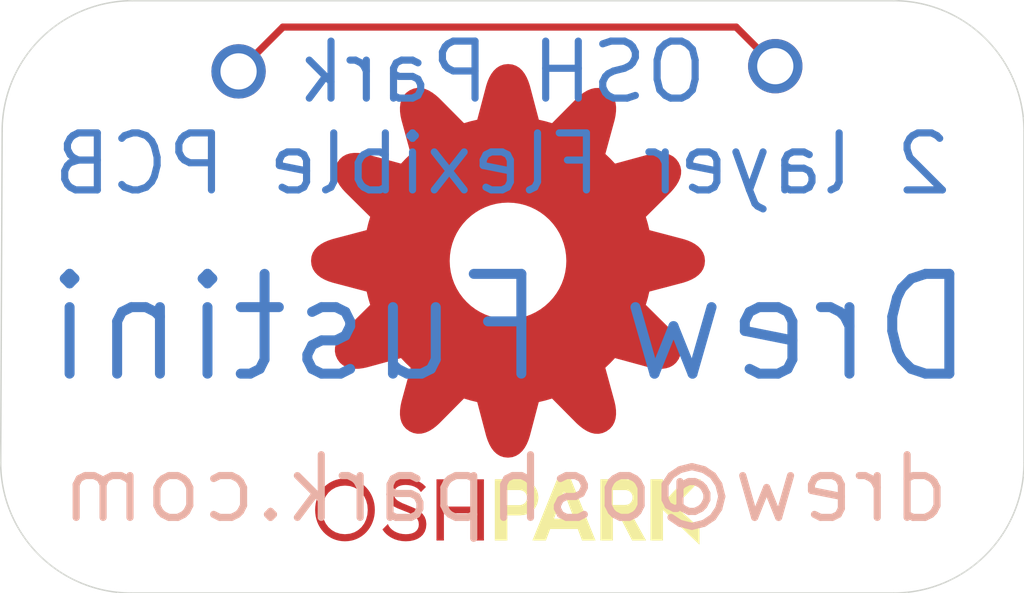
<source format=kicad_pcb>
(kicad_pcb (version 20171130) (host pcbnew 5.1.4-e60b266~84~ubuntu19.04.1)

  (general
    (thickness 1.6)
    (drawings 12)
    (tracks 5)
    (zones 0)
    (modules 2)
    (nets 1)
  )

  (page A4)
  (layers
    (0 F.Cu signal)
    (31 B.Cu signal)
    (32 B.Adhes user)
    (33 F.Adhes user)
    (34 B.Paste user)
    (35 F.Paste user)
    (36 B.SilkS user)
    (37 F.SilkS user)
    (38 B.Mask user)
    (39 F.Mask user)
    (40 Dwgs.User user)
    (41 Cmts.User user)
    (42 Eco1.User user)
    (43 Eco2.User user)
    (44 Edge.Cuts user)
    (45 Margin user)
    (46 B.CrtYd user)
    (47 F.CrtYd user)
    (48 B.Fab user)
    (49 F.Fab user)
  )

  (setup
    (last_trace_width 0.25)
    (trace_clearance 0.2)
    (zone_clearance 0.508)
    (zone_45_only no)
    (trace_min 0.2)
    (via_size 0.8)
    (via_drill 0.4)
    (via_min_size 0.4)
    (via_min_drill 0.3)
    (uvia_size 0.3)
    (uvia_drill 0.1)
    (uvias_allowed no)
    (uvia_min_size 0.2)
    (uvia_min_drill 0.1)
    (edge_width 0.05)
    (segment_width 0.2)
    (pcb_text_width 0.3)
    (pcb_text_size 1.5 1.5)
    (mod_edge_width 0.12)
    (mod_text_size 1 1)
    (mod_text_width 0.15)
    (pad_size 1.524 1.524)
    (pad_drill 0.762)
    (pad_to_mask_clearance 0.051)
    (solder_mask_min_width 0.25)
    (aux_axis_origin 0 0)
    (visible_elements FFFFFF7F)
    (pcbplotparams
      (layerselection 0x010fc_ffffffff)
      (usegerberextensions false)
      (usegerberattributes false)
      (usegerberadvancedattributes false)
      (creategerberjobfile false)
      (excludeedgelayer true)
      (linewidth 0.100000)
      (plotframeref false)
      (viasonmask false)
      (mode 1)
      (useauxorigin false)
      (hpglpennumber 1)
      (hpglpenspeed 20)
      (hpglpendiameter 15.000000)
      (psnegative false)
      (psa4output false)
      (plotreference true)
      (plotvalue true)
      (plotinvisibletext false)
      (padsonsilk false)
      (subtractmaskfromsilk false)
      (outputformat 1)
      (mirror false)
      (drillshape 1)
      (scaleselection 1)
      (outputdirectory ""))
  )

  (net 0 "")

  (net_class Default "This is the default net class."
    (clearance 0.2)
    (trace_width 0.25)
    (via_dia 0.8)
    (via_drill 0.4)
    (uvia_dia 0.3)
    (uvia_drill 0.1)
  )

  (module oshpark:OSH_small (layer F.Cu) (tedit 5DE9E529) (tstamp 5D3E8100)
    (at 144.4752 72.39)
    (descr "Imported from OSHPARK.svg")
    (tags svg2mod)
    (attr smd)
    (fp_text reference OSH_small (at 0 -11.457835) (layer F.SilkS) hide
      (effects (font (size 1.524 1.524) (thickness 0.3048)))
    )
    (fp_text value G*** (at 0 11.457835) (layer F.SilkS) hide
      (effects (font (size 1.524 1.524) (thickness 0.3048)))
    )
    (fp_poly (pts (xy 0.00118 -8.409695) (xy 0.00043 -3.623025) (xy 0.21316 -3.612325) (xy 0.41974 -3.580825)
      (xy 0.61914 -3.529525) (xy 0.81031 -3.459525) (xy 0.99219 -3.371925) (xy 1.16375 -3.267695)
      (xy 1.32394 -3.147905) (xy 1.4717 -3.013605) (xy 1.606 -2.865845) (xy 1.72579 -2.705655)
      (xy 1.83001 -2.534105) (xy 1.91761 -2.352215) (xy 1.98761 -2.161055) (xy 2.03891 -1.961655)
      (xy 2.07041 -1.755065) (xy 2.08111 -1.542335) (xy 2.07041 -1.329495) (xy 2.03891 -1.122805)
      (xy 1.98771 -0.923315) (xy 1.91781 -0.732055) (xy 1.83021 -0.550075) (xy 1.726 -0.378435)
      (xy 1.60622 -0.218175) (xy 1.47192 -0.070335) (xy 1.32415 0.064025) (xy 1.16396 0.183875)
      (xy 0.99238 0.288155) (xy 0.81047 0.375855) (xy 0.61928 0.445855) (xy 0.41984 0.497155)
      (xy 0.21321 0.528655) (xy 0.00043 0.539455) (xy -0.21235 0.528655) (xy -0.41897 0.497155)
      (xy -0.6184 0.445855) (xy -0.80958 0.375855) (xy -0.99147 0.288155) (xy -1.16302 0.183875)
      (xy -1.3232 0.064025) (xy -1.47095 -0.070335) (xy -1.60524 -0.218175) (xy -1.72501 -0.378435)
      (xy -1.82922 -0.550075) (xy -1.91682 -0.732055) (xy -1.98682 -0.923315) (xy -2.03812 -1.122805)
      (xy -2.06962 -1.329495) (xy -2.08032 -1.542335) (xy -2.06962 -1.755065) (xy -2.03812 -1.961655)
      (xy -1.98682 -2.161055) (xy -1.91682 -2.352215) (xy -1.82922 -2.534105) (xy -1.72501 -2.705655)
      (xy -1.60524 -2.865845) (xy -1.47095 -3.013605) (xy -1.3232 -3.147905) (xy -1.16302 -3.267695)
      (xy -0.99147 -3.371925) (xy -0.80958 -3.459525) (xy -0.6184 -3.529525) (xy -0.41897 -3.580825)
      (xy -0.21235 -3.612325) (xy 0.00043 -3.623025) (xy 0.00118 -8.409695) (xy -0.14129 -8.393995)
      (xy -0.2674 -8.349495) (xy -0.378 -8.279795) (xy -0.4739 -8.188495) (xy -0.556 -8.079355)
      (xy -0.6251 -7.956025) (xy -0.6821 -7.822195) (xy -0.7278 -7.681515) (xy -1.04856 -6.462625)
      (xy -1.30304 -6.403425) (xy -1.55293 -6.331225) (xy -2.43795 -7.223815) (xy -2.5541 -7.325575)
      (xy -2.67331 -7.414275) (xy -2.79523 -7.486675) (xy -2.91953 -7.539575) (xy -3.04586 -7.569675)
      (xy -3.17388 -7.573675) (xy -3.30323 -7.548275) (xy -3.43358 -7.490275) (xy -3.54913 -7.405275)
      (xy -3.63603 -7.303485) (xy -3.69693 -7.187695) (xy -3.73433 -7.060655) (xy -3.75073 -6.925095)
      (xy -3.74873 -6.783755) (xy -3.73103 -6.639375) (xy -3.70003 -6.494705) (xy -3.36893 -5.282225)
      (xy -3.55878 -5.102185) (xy -3.73879 -4.912505) (xy -4.95156 -5.242875) (xy -5.10317 -5.273475)
      (xy -5.25088 -5.290975) (xy -5.39277 -5.292975) (xy -5.5269 -5.276575) (xy -5.65135 -5.239375)
      (xy -5.76419 -5.178675) (xy -5.86349 -5.091975) (xy -5.94729 -4.976645) (xy -6.00489 -4.845335)
      (xy -6.02929 -4.713775) (xy -6.02429 -4.583095) (xy -5.99309 -4.454385) (xy -5.93949 -4.328745)
      (xy -5.86709 -4.207285) (xy -5.77959 -4.091105) (xy -5.68049 -3.981305) (xy -4.78848 -3.096875)
      (xy -4.86248 -2.846755) (xy -4.92388 -2.591195) (xy -6.13913 -2.271315) (xy -6.28557 -2.221815)
      (xy -6.42211 -2.163015) (xy -6.54579 -2.093715) (xy -6.65364 -2.012515) (xy -6.74264 -1.918115)
      (xy -6.80994 -1.809295) (xy -6.85244 -1.684715) (xy -6.86724 -1.543065) (xy -6.85154 -1.400675)
      (xy -6.80704 -1.274595) (xy -6.73724 -1.163985) (xy -6.64594 -1.068085) (xy -6.5368 -0.985985)
      (xy -6.41347 -0.916885) (xy -6.27964 -0.859985) (xy -6.13897 -0.814385) (xy -4.92372 -0.494365)
      (xy -4.86232 -0.239235) (xy -4.78842 0.010885) (xy -5.68043 0.895605) (xy -5.78261 1.011585)
      (xy -5.87161 1.130695) (xy -5.94411 1.252585) (xy -5.99701 1.376885) (xy -6.02701 1.503265)
      (xy -6.03101 1.631355) (xy -6.00551 1.760795) (xy -5.94741 1.891235) (xy -5.86251 2.006695)
      (xy -5.76079 2.093495) (xy -5.64502 2.154295) (xy -5.51794 2.191595) (xy -5.38232 2.207995)
      (xy -5.24091 2.205995) (xy -5.09648 2.188395) (xy -4.95178 2.157595) (xy -3.73916 1.826495)
      (xy -3.55915 2.015885) (xy -3.36929 2.196065) (xy -3.70039 3.409125) (xy -3.73109 3.560565)
      (xy -3.74869 3.708175) (xy -3.75069 3.850005) (xy -3.73429 3.984105) (xy -3.69709 4.108515)
      (xy -3.63639 4.221295) (xy -3.54959 4.320495) (xy -3.43416 4.404195) (xy -3.30285 4.461895)
      (xy -3.17132 4.486395) (xy -3.04066 4.481395) (xy -2.91197 4.450195) (xy -2.78636 4.396595)
      (xy -2.66492 4.324295) (xy -2.54876 4.236795) (xy -2.43897 4.137795) (xy -1.55409 3.245195)
      (xy -1.30401 3.319295) (xy -1.0487 3.380995) (xy -0.72882 4.596245) (xy -0.67942 4.742405)
      (xy -0.62072 4.878745) (xy -0.55142 5.002265) (xy -0.47012 5.110005) (xy -0.37562 5.199005)
      (xy -0.26663 5.266305) (xy -0.14183 5.308805) (xy 0.0001 5.323605) (xy 0.1423 5.307905)
      (xy 0.26821 5.263405) (xy 0.37868 5.193705) (xy 0.47448 5.102505) (xy 0.55658 4.993495)
      (xy 0.62568 4.870315) (xy 0.68268 4.736655) (xy 0.72838 4.596185) (xy 1.04825 3.380645)
      (xy 1.30343 3.319445) (xy 1.55379 3.245445) (xy 2.43852 4.137905) (xy 2.55442 4.240085)
      (xy 2.67348 4.329085) (xy 2.79535 4.401685) (xy 2.91965 4.454585) (xy 3.04602 4.484585)
      (xy 3.17409 4.488585) (xy 3.30349 4.462985) (xy 3.43386 4.404785) (xy 3.5493 4.319985)
      (xy 3.6361 4.218365) (xy 3.6969 4.102685) (xy 3.7342 3.975695) (xy 3.7507 3.840155)
      (xy 3.7487 3.698805) (xy 3.7312 3.554415) (xy 3.7006 3.409725) (xy 3.36921 2.196675)
      (xy 3.55866 2.016495) (xy 3.73849 1.827095) (xy 4.95155 2.158195) (xy 5.10316 2.188595)
      (xy 5.25086 2.205995) (xy 5.39274 2.207995) (xy 5.52685 2.191495) (xy 5.65126 2.154195)
      (xy 5.76405 2.093495) (xy 5.86325 2.006695) (xy 5.94695 1.891265) (xy 6.00455 1.759975)
      (xy 6.02895 1.628485) (xy 6.02395 1.497875) (xy 5.99275 1.369255) (xy 5.93915 1.243685)
      (xy 5.86685 1.122265) (xy 5.77935 1.006085) (xy 5.68035 0.896225) (xy 4.78804 0.011495)
      (xy 4.86214 -0.238625) (xy 4.92344 -0.493755) (xy 6.13868 -0.813785) (xy 6.28522 -0.863185)
      (xy 6.42183 -0.921885) (xy 6.54556 -0.991285) (xy 6.65344 -1.072585) (xy 6.74254 -1.167085)
      (xy 6.80984 -1.276075) (xy 6.85244 -1.400845) (xy 6.86724 -1.542705) (xy 6.85194 -1.684715)
      (xy 6.80764 -1.810495) (xy 6.73804 -1.920855) (xy 6.64694 -2.016655) (xy 6.53789 -2.098655)
      (xy 6.41461 -2.167755) (xy 6.2808 -2.224755) (xy 6.14013 -2.270455) (xy 4.92488 -2.590335)
      (xy 4.86358 -2.845855) (xy 4.78948 -3.095735) (xy 5.68179 -3.980895) (xy 5.78395 -4.096695)
      (xy 5.87285 -4.215675) (xy 5.94535 -4.337485) (xy 5.99815 -4.461745) (xy 6.02805 -4.588095)
      (xy 6.03205 -4.716185) (xy 6.00655 -4.845635) (xy 5.94845 -4.976085) (xy 5.86365 -5.091375)
      (xy 5.76206 -5.178075) (xy 5.64641 -5.238875) (xy 5.51943 -5.276175) (xy 5.38387 -5.292675)
      (xy 5.24246 -5.290675) (xy 5.09796 -5.273075) (xy 4.9531 -5.242275) (xy 3.74019 -4.911755)
      (xy 3.5604 -5.101105) (xy 3.3712 -5.281035) (xy 3.70215 -6.493945) (xy 3.73265 -6.645465)
      (xy 3.75005 -6.793085) (xy 3.75205 -6.934915) (xy 3.73565 -7.069005) (xy 3.69835 -7.193445)
      (xy 3.63755 -7.306295) (xy 3.55075 -7.405695) (xy 3.43522 -7.489595) (xy 3.30408 -7.547095)
      (xy 3.17265 -7.571395) (xy 3.04204 -7.566395) (xy 2.91335 -7.535095) (xy 2.78769 -7.481395)
      (xy 2.66618 -7.408995) (xy 2.54992 -7.321595) (xy 2.44003 -7.222795) (xy 1.55545 -6.330485)
      (xy 1.30598 -6.402785) (xy 1.05107 -6.462485) (xy 0.73018 -7.681375) (xy 0.68058 -7.827915)
      (xy 0.62168 -7.964525) (xy 0.55228 -8.088255) (xy 0.47098 -8.196135) (xy 0.37658 -8.285235)
      (xy 0.2677 -8.352535) (xy 0.14304 -8.395035) (xy 0.0013 -8.409835) (xy 0.00118 -8.409695)) (layer F.Cu) (width 0.073847))
    (fp_poly (pts (xy -5.71389 8.295375) (xy -5.71389 8.046425) (xy -5.88469 8.029425) (xy -6.03947 7.980425)
      (xy -6.17614 7.902625) (xy -6.29262 7.799265) (xy -6.38682 7.673515) (xy -6.45672 7.528545)
      (xy -6.50022 7.367545) (xy -6.51512 7.193705) (xy -6.50022 7.019865) (xy -6.45672 6.858865)
      (xy -6.38682 6.713895) (xy -6.29262 6.588145) (xy -6.17614 6.484785) (xy -6.03947 6.406985)
      (xy -5.88469 6.357985) (xy -5.71389 6.340985) (xy -5.54238 6.357985) (xy -5.38754 6.406985)
      (xy -5.25128 6.484785) (xy -5.13551 6.588145) (xy -5.04211 6.713895) (xy -4.97301 6.858865)
      (xy -4.93021 7.019865) (xy -4.91551 7.193705) (xy -4.93021 7.367545) (xy -4.97301 7.528545)
      (xy -5.04211 7.673515) (xy -5.13551 7.799265) (xy -5.25128 7.902625) (xy -5.38754 7.980425)
      (xy -5.54238 8.029425) (xy -5.71389 8.046425) (xy -5.71389 8.295375) (xy -5.60215 8.289375)
      (xy -5.49471 8.272675) (xy -5.39197 8.245575) (xy -5.29437 8.208575) (xy -5.20217 8.162275)
      (xy -5.11587 8.107175) (xy -5.03597 8.043775) (xy -4.96277 7.972775) (xy -4.89667 7.894575)
      (xy -4.83807 7.809775) (xy -4.78737 7.718975) (xy -4.74497 7.622675) (xy -4.71127 7.521405)
      (xy -4.68667 7.415745) (xy -4.67167 7.306225) (xy -4.66667 7.193415) (xy -4.67167 7.080595)
      (xy -4.68667 6.971085) (xy -4.71127 6.865415) (xy -4.74497 6.764145) (xy -4.78737 6.667845)
      (xy -4.83807 6.577045) (xy -4.89667 6.492245) (xy -4.96277 6.414045) (xy -5.03597 6.342945)
      (xy -5.11587 6.279545) (xy -5.20217 6.224445) (xy -5.29437 6.178145) (xy -5.39197 6.141145)
      (xy -5.49471 6.114045) (xy -5.60215 6.097345) (xy -5.71389 6.091345) (xy -5.82609 6.097345)
      (xy -5.93388 6.114045) (xy -6.03687 6.141145) (xy -6.13467 6.178145) (xy -6.22687 6.224445)
      (xy -6.31307 6.279545) (xy -6.39297 6.342945) (xy -6.46607 6.414045) (xy -6.53207 6.492245)
      (xy -6.59047 6.577045) (xy -6.64097 6.667845) (xy -6.68317 6.764145) (xy -6.71667 6.865415)
      (xy -6.74107 6.971085) (xy -6.75597 7.080595) (xy -6.76097 7.193415) (xy -6.75597 7.306225)
      (xy -6.74107 7.415745) (xy -6.71667 7.521405) (xy -6.68317 7.622675) (xy -6.64097 7.718975)
      (xy -6.59047 7.809775) (xy -6.53207 7.894575) (xy -6.46607 7.972775) (xy -6.39297 8.043775)
      (xy -6.31307 8.107175) (xy -6.22687 8.162275) (xy -6.13467 8.208575) (xy -6.03687 8.245575)
      (xy -5.93388 8.272675) (xy -5.82609 8.289375) (xy -5.71389 8.295375)) (layer F.Cu) (width 0))
    (fp_poly (pts (xy -3.5907 8.295375) (xy -3.44187 8.286375) (xy -3.30406 8.258975) (xy -3.18001 8.212975)
      (xy -3.07241 8.147975) (xy -2.98401 8.063675) (xy -2.91751 7.959725) (xy -2.87561 7.835805)
      (xy -2.86101 7.691555) (xy -2.87691 7.552235) (xy -2.92141 7.434915) (xy -2.98981 7.336615)
      (xy -3.07751 7.254415) (xy -3.17982 7.185415) (xy -3.29208 7.126615) (xy -3.52784 7.027715)
      (xy -3.70664 6.955515) (xy -3.85727 6.872815) (xy -3.91627 6.823915) (xy -3.96127 6.768115)
      (xy -3.98997 6.703915) (xy -4.00007 6.629915) (xy -3.99207 6.554915) (xy -3.96807 6.490615)
      (xy -3.93017 6.436915) (xy -3.88027 6.393515) (xy -3.82017 6.360115) (xy -3.75177 6.336615)
      (xy -3.67677 6.322615) (xy -3.59697 6.317615) (xy -3.50107 6.322615) (xy -3.41297 6.336315)
      (xy -3.33277 6.358215) (xy -3.26037 6.387715) (xy -3.19597 6.424015) (xy -3.13947 6.466415)
      (xy -3.05047 6.566885) (xy -2.87592 6.389475) (xy -2.93462 6.327375) (xy -3.00322 6.270575)
      (xy -3.08132 6.219875) (xy -3.16862 6.176275) (xy -3.26472 6.140775) (xy -3.36936 6.114275)
      (xy -3.48217 6.097675) (xy -3.60284 6.091675) (xy -3.73476 6.100675) (xy -3.85823 6.127675)
      (xy -3.97043 6.172275) (xy -4.06853 6.234275) (xy -4.14973 6.313275) (xy -4.21123 6.408975)
      (xy -4.25023 6.521165) (xy -4.26383 6.649475) (xy -4.24983 6.769025) (xy -4.21043 6.869725)
      (xy -4.14943 6.954225) (xy -4.07063 7.025125) (xy -3.97793 7.085025) (xy -3.87509 7.136525)
      (xy -3.6543 7.224725) (xy -3.4565 7.304325) (xy -3.3666 7.348925) (xy -3.2866 7.399625)
      (xy -3.2195 7.458525) (xy -3.1682 7.527725) (xy -3.1357 7.609325) (xy -3.1249 7.705425)
      (xy -3.1349 7.789025) (xy -3.1618 7.860025) (xy -3.2038 7.918825) (xy -3.2593 7.965825)
      (xy -3.3266 8.001625) (xy -3.404 8.026625) (xy -3.4899 8.041225) (xy -3.5826 8.046225)
      (xy -3.69075 8.039225) (xy -3.79323 8.020125) (xy -3.88863 7.989225) (xy -3.97563 7.947425)
      (xy -4.05283 7.895625) (xy -4.11893 7.834625) (xy -4.17243 7.765125) (xy -4.21203 7.688125)
      (xy -4.40088 7.879845) (xy -4.33778 7.967545) (xy -4.26108 8.047345) (xy -4.17208 8.118045)
      (xy -4.07218 8.178545) (xy -3.96276 8.227645) (xy -3.84518 8.264145) (xy -3.72084 8.286945)
      (xy -3.59109 8.294945) (xy -3.5907 8.295375)) (layer F.Cu) (width 0))
    (fp_poly (pts (xy -1.10433 6.120635) (xy -1.10433 7.076375) (xy -2.24607 7.076375) (xy -2.24607 6.120635)
      (xy -2.50646 6.120635) (xy -2.50646 8.266755) (xy -2.24607 8.266755) (xy -2.24607 7.311015)
      (xy -1.10433 7.311015) (xy -1.10433 8.266755) (xy -0.84394 8.266755) (xy -0.84394 6.120635)
      (xy -1.10433 6.120635)) (layer F.Cu) (width 0))
    (fp_poly (pts (xy 0.42791 6.120635) (xy -0.02711 6.495535) (xy 0.38781 6.495535) (xy 0.44521 6.500535)
      (xy 0.49851 6.515035) (xy 0.54661 6.538335) (xy 0.58851 6.569635) (xy 0.62301 6.608335)
      (xy 0.64901 6.653735) (xy 0.66541 6.705135) (xy 0.67141 6.761735) (xy 0.66541 6.820135)
      (xy 0.64901 6.872535) (xy 0.62301 6.918535) (xy 0.58851 6.957435) (xy 0.54661 6.988635)
      (xy 0.49851 7.011635) (xy 0.44521 7.025835) (xy 0.38781 7.030835) (xy 0.38781 7.030635)
      (xy -0.02711 7.030635) (xy -0.02711 6.495535) (xy 0.42791 6.120635) (xy -0.45915 6.120635)
      (xy -0.45915 8.266755) (xy -0.02707 8.266755) (xy -0.02707 7.382555) (xy 0.42791 7.382555)
      (xy 0.5579 7.370355) (xy 0.67807 7.335055) (xy 0.78609 7.278855) (xy 0.87969 7.203855)
      (xy 0.95649 7.112155) (xy 1.01419 7.006005) (xy 1.05049 6.887525) (xy 1.06309 6.758845)
      (xy 1.05049 6.630375) (xy 1.01419 6.510655) (xy 0.95649 6.402275) (xy 0.87969 6.307775)
      (xy 0.78609 6.229775) (xy 0.67807 6.170875) (xy 0.5579 6.133675) (xy 0.42791 6.120675)
      (xy 0.42791 6.120635)) (layer F.SilkS) (width 0))
    (fp_poly (pts (xy 2.59844 8.266755) (xy 1.96319 6.558445) (xy 2.31515 7.505595) (xy 1.60836 7.505595)
      (xy 1.96319 6.558445) (xy 2.59844 8.266755) (xy 3.06487 8.266755) (xy 2.20355 6.120635)
      (xy 1.71996 6.120635) (xy 0.85865 8.266755) (xy 1.32508 8.266755) (xy 1.47674 7.860425)
      (xy 2.44678 7.860425) (xy 2.59844 8.266755)) (layer F.SilkS) (width 0))
    (fp_poly (pts (xy 4.31659 7.328185) (xy 4.11009 7.022185) (xy 3.67228 7.022185) (xy 3.67228 6.495675)
      (xy 4.11009 6.495675) (xy 4.16319 6.500675) (xy 4.21239 6.515675) (xy 4.25669 6.539575)
      (xy 4.29509 6.571375) (xy 4.32669 6.610075) (xy 4.35039 6.654875) (xy 4.36539 6.704775)
      (xy 4.37039 6.758775) (xy 4.36539 6.812775) (xy 4.35069 6.862675) (xy 4.32729 6.907475)
      (xy 4.29609 6.946175) (xy 4.25789 6.977975) (xy 4.21359 7.001875) (xy 4.16399 7.016875)
      (xy 4.11009 7.021875) (xy 4.11009 7.022185) (xy 4.31659 7.328185) (xy 4.41049 7.296585)
      (xy 4.49619 7.251785) (xy 4.57229 7.194785) (xy 4.63749 7.126585) (xy 4.69049 7.048185)
      (xy 4.72989 6.960585) (xy 4.75449 6.864785) (xy 4.76249 6.761805) (xy 4.74979 6.631575)
      (xy 4.71319 6.510755) (xy 4.65509 6.401815) (xy 4.57799 6.307215) (xy 4.48419 6.229415)
      (xy 4.37621 6.170715) (xy 4.25643 6.133715) (xy 4.12726 6.120815) (xy 3.2402 6.120815)
      (xy 3.2402 8.266935) (xy 3.67228 8.266935) (xy 3.67228 7.356985) (xy 3.88403 7.356985)
      (xy 4.35332 8.266935) (xy 4.83691 8.266935) (xy 4.31612 7.328365) (xy 4.31659 7.328185)) (layer F.SilkS) (width 0))
    (fp_poly (pts (xy 6.76111 6.120635) (xy 6.20884 6.120635) (xy 5.42765 6.959055) (xy 5.42765 6.120635)
      (xy 4.99557 6.120635) (xy 4.99557 8.266755) (xy 5.42765 8.266755) (xy 5.42765 7.193695)
      (xy 6.7096 8.409835) (xy 6.7096 7.831805) (xy 5.87118 7.056345) (xy 6.76111 6.120635)) (layer F.SilkS) (width 0))
  )

  (module oshpark:OSH_small (layer F.Cu) (tedit 5DE9E4DF) (tstamp 5CD2DF1C)
    (at 144.4752 72.39)
    (descr "Imported from OSHPARK.svg")
    (tags svg2mod)
    (attr smd)
    (fp_text reference OSH_small (at 0 -11.457835) (layer F.SilkS) hide
      (effects (font (size 1.524 1.524) (thickness 0.3048)))
    )
    (fp_text value G*** (at 0 11.457835) (layer F.SilkS) hide
      (effects (font (size 1.524 1.524) (thickness 0.3048)))
    )
    (fp_poly (pts (xy 6.76111 6.120635) (xy 6.20884 6.120635) (xy 5.42765 6.959055) (xy 5.42765 6.120635)
      (xy 4.99557 6.120635) (xy 4.99557 8.266755) (xy 5.42765 8.266755) (xy 5.42765 7.193695)
      (xy 6.7096 8.409835) (xy 6.7096 7.831805) (xy 5.87118 7.056345) (xy 6.76111 6.120635)) (layer F.SilkS) (width 0))
    (fp_poly (pts (xy 4.31659 7.328185) (xy 4.11009 7.022185) (xy 3.67228 7.022185) (xy 3.67228 6.495675)
      (xy 4.11009 6.495675) (xy 4.16319 6.500675) (xy 4.21239 6.515675) (xy 4.25669 6.539575)
      (xy 4.29509 6.571375) (xy 4.32669 6.610075) (xy 4.35039 6.654875) (xy 4.36539 6.704775)
      (xy 4.37039 6.758775) (xy 4.36539 6.812775) (xy 4.35069 6.862675) (xy 4.32729 6.907475)
      (xy 4.29609 6.946175) (xy 4.25789 6.977975) (xy 4.21359 7.001875) (xy 4.16399 7.016875)
      (xy 4.11009 7.021875) (xy 4.11009 7.022185) (xy 4.31659 7.328185) (xy 4.41049 7.296585)
      (xy 4.49619 7.251785) (xy 4.57229 7.194785) (xy 4.63749 7.126585) (xy 4.69049 7.048185)
      (xy 4.72989 6.960585) (xy 4.75449 6.864785) (xy 4.76249 6.761805) (xy 4.74979 6.631575)
      (xy 4.71319 6.510755) (xy 4.65509 6.401815) (xy 4.57799 6.307215) (xy 4.48419 6.229415)
      (xy 4.37621 6.170715) (xy 4.25643 6.133715) (xy 4.12726 6.120815) (xy 3.2402 6.120815)
      (xy 3.2402 8.266935) (xy 3.67228 8.266935) (xy 3.67228 7.356985) (xy 3.88403 7.356985)
      (xy 4.35332 8.266935) (xy 4.83691 8.266935) (xy 4.31612 7.328365) (xy 4.31659 7.328185)) (layer F.SilkS) (width 0))
    (fp_poly (pts (xy 2.59844 8.266755) (xy 1.96319 6.558445) (xy 2.31515 7.505595) (xy 1.60836 7.505595)
      (xy 1.96319 6.558445) (xy 2.59844 8.266755) (xy 3.06487 8.266755) (xy 2.20355 6.120635)
      (xy 1.71996 6.120635) (xy 0.85865 8.266755) (xy 1.32508 8.266755) (xy 1.47674 7.860425)
      (xy 2.44678 7.860425) (xy 2.59844 8.266755)) (layer F.SilkS) (width 0))
    (fp_poly (pts (xy 0.42791 6.120635) (xy -0.02711 6.495535) (xy 0.38781 6.495535) (xy 0.44521 6.500535)
      (xy 0.49851 6.515035) (xy 0.54661 6.538335) (xy 0.58851 6.569635) (xy 0.62301 6.608335)
      (xy 0.64901 6.653735) (xy 0.66541 6.705135) (xy 0.67141 6.761735) (xy 0.66541 6.820135)
      (xy 0.64901 6.872535) (xy 0.62301 6.918535) (xy 0.58851 6.957435) (xy 0.54661 6.988635)
      (xy 0.49851 7.011635) (xy 0.44521 7.025835) (xy 0.38781 7.030835) (xy 0.38781 7.030635)
      (xy -0.02711 7.030635) (xy -0.02711 6.495535) (xy 0.42791 6.120635) (xy -0.45915 6.120635)
      (xy -0.45915 8.266755) (xy -0.02707 8.266755) (xy -0.02707 7.382555) (xy 0.42791 7.382555)
      (xy 0.5579 7.370355) (xy 0.67807 7.335055) (xy 0.78609 7.278855) (xy 0.87969 7.203855)
      (xy 0.95649 7.112155) (xy 1.01419 7.006005) (xy 1.05049 6.887525) (xy 1.06309 6.758845)
      (xy 1.05049 6.630375) (xy 1.01419 6.510655) (xy 0.95649 6.402275) (xy 0.87969 6.307775)
      (xy 0.78609 6.229775) (xy 0.67807 6.170875) (xy 0.5579 6.133675) (xy 0.42791 6.120675)
      (xy 0.42791 6.120635)) (layer F.SilkS) (width 0))
    (fp_poly (pts (xy -1.10433 6.120635) (xy -1.10433 7.076375) (xy -2.24607 7.076375) (xy -2.24607 6.120635)
      (xy -2.50646 6.120635) (xy -2.50646 8.266755) (xy -2.24607 8.266755) (xy -2.24607 7.311015)
      (xy -1.10433 7.311015) (xy -1.10433 8.266755) (xy -0.84394 8.266755) (xy -0.84394 6.120635)
      (xy -1.10433 6.120635)) (layer F.Mask) (width 0))
    (fp_poly (pts (xy -3.5907 8.295375) (xy -3.44187 8.286375) (xy -3.30406 8.258975) (xy -3.18001 8.212975)
      (xy -3.07241 8.147975) (xy -2.98401 8.063675) (xy -2.91751 7.959725) (xy -2.87561 7.835805)
      (xy -2.86101 7.691555) (xy -2.87691 7.552235) (xy -2.92141 7.434915) (xy -2.98981 7.336615)
      (xy -3.07751 7.254415) (xy -3.17982 7.185415) (xy -3.29208 7.126615) (xy -3.52784 7.027715)
      (xy -3.70664 6.955515) (xy -3.85727 6.872815) (xy -3.91627 6.823915) (xy -3.96127 6.768115)
      (xy -3.98997 6.703915) (xy -4.00007 6.629915) (xy -3.99207 6.554915) (xy -3.96807 6.490615)
      (xy -3.93017 6.436915) (xy -3.88027 6.393515) (xy -3.82017 6.360115) (xy -3.75177 6.336615)
      (xy -3.67677 6.322615) (xy -3.59697 6.317615) (xy -3.50107 6.322615) (xy -3.41297 6.336315)
      (xy -3.33277 6.358215) (xy -3.26037 6.387715) (xy -3.19597 6.424015) (xy -3.13947 6.466415)
      (xy -3.05047 6.566885) (xy -2.87592 6.389475) (xy -2.93462 6.327375) (xy -3.00322 6.270575)
      (xy -3.08132 6.219875) (xy -3.16862 6.176275) (xy -3.26472 6.140775) (xy -3.36936 6.114275)
      (xy -3.48217 6.097675) (xy -3.60284 6.091675) (xy -3.73476 6.100675) (xy -3.85823 6.127675)
      (xy -3.97043 6.172275) (xy -4.06853 6.234275) (xy -4.14973 6.313275) (xy -4.21123 6.408975)
      (xy -4.25023 6.521165) (xy -4.26383 6.649475) (xy -4.24983 6.769025) (xy -4.21043 6.869725)
      (xy -4.14943 6.954225) (xy -4.07063 7.025125) (xy -3.97793 7.085025) (xy -3.87509 7.136525)
      (xy -3.6543 7.224725) (xy -3.4565 7.304325) (xy -3.3666 7.348925) (xy -3.2866 7.399625)
      (xy -3.2195 7.458525) (xy -3.1682 7.527725) (xy -3.1357 7.609325) (xy -3.1249 7.705425)
      (xy -3.1349 7.789025) (xy -3.1618 7.860025) (xy -3.2038 7.918825) (xy -3.2593 7.965825)
      (xy -3.3266 8.001625) (xy -3.404 8.026625) (xy -3.4899 8.041225) (xy -3.5826 8.046225)
      (xy -3.69075 8.039225) (xy -3.79323 8.020125) (xy -3.88863 7.989225) (xy -3.97563 7.947425)
      (xy -4.05283 7.895625) (xy -4.11893 7.834625) (xy -4.17243 7.765125) (xy -4.21203 7.688125)
      (xy -4.40088 7.879845) (xy -4.33778 7.967545) (xy -4.26108 8.047345) (xy -4.17208 8.118045)
      (xy -4.07218 8.178545) (xy -3.96276 8.227645) (xy -3.84518 8.264145) (xy -3.72084 8.286945)
      (xy -3.59109 8.294945) (xy -3.5907 8.295375)) (layer F.Mask) (width 0))
    (fp_poly (pts (xy -5.71389 8.295375) (xy -5.71389 8.046425) (xy -5.88469 8.029425) (xy -6.03947 7.980425)
      (xy -6.17614 7.902625) (xy -6.29262 7.799265) (xy -6.38682 7.673515) (xy -6.45672 7.528545)
      (xy -6.50022 7.367545) (xy -6.51512 7.193705) (xy -6.50022 7.019865) (xy -6.45672 6.858865)
      (xy -6.38682 6.713895) (xy -6.29262 6.588145) (xy -6.17614 6.484785) (xy -6.03947 6.406985)
      (xy -5.88469 6.357985) (xy -5.71389 6.340985) (xy -5.54238 6.357985) (xy -5.38754 6.406985)
      (xy -5.25128 6.484785) (xy -5.13551 6.588145) (xy -5.04211 6.713895) (xy -4.97301 6.858865)
      (xy -4.93021 7.019865) (xy -4.91551 7.193705) (xy -4.93021 7.367545) (xy -4.97301 7.528545)
      (xy -5.04211 7.673515) (xy -5.13551 7.799265) (xy -5.25128 7.902625) (xy -5.38754 7.980425)
      (xy -5.54238 8.029425) (xy -5.71389 8.046425) (xy -5.71389 8.295375) (xy -5.60215 8.289375)
      (xy -5.49471 8.272675) (xy -5.39197 8.245575) (xy -5.29437 8.208575) (xy -5.20217 8.162275)
      (xy -5.11587 8.107175) (xy -5.03597 8.043775) (xy -4.96277 7.972775) (xy -4.89667 7.894575)
      (xy -4.83807 7.809775) (xy -4.78737 7.718975) (xy -4.74497 7.622675) (xy -4.71127 7.521405)
      (xy -4.68667 7.415745) (xy -4.67167 7.306225) (xy -4.66667 7.193415) (xy -4.67167 7.080595)
      (xy -4.68667 6.971085) (xy -4.71127 6.865415) (xy -4.74497 6.764145) (xy -4.78737 6.667845)
      (xy -4.83807 6.577045) (xy -4.89667 6.492245) (xy -4.96277 6.414045) (xy -5.03597 6.342945)
      (xy -5.11587 6.279545) (xy -5.20217 6.224445) (xy -5.29437 6.178145) (xy -5.39197 6.141145)
      (xy -5.49471 6.114045) (xy -5.60215 6.097345) (xy -5.71389 6.091345) (xy -5.82609 6.097345)
      (xy -5.93388 6.114045) (xy -6.03687 6.141145) (xy -6.13467 6.178145) (xy -6.22687 6.224445)
      (xy -6.31307 6.279545) (xy -6.39297 6.342945) (xy -6.46607 6.414045) (xy -6.53207 6.492245)
      (xy -6.59047 6.577045) (xy -6.64097 6.667845) (xy -6.68317 6.764145) (xy -6.71667 6.865415)
      (xy -6.74107 6.971085) (xy -6.75597 7.080595) (xy -6.76097 7.193415) (xy -6.75597 7.306225)
      (xy -6.74107 7.415745) (xy -6.71667 7.521405) (xy -6.68317 7.622675) (xy -6.64097 7.718975)
      (xy -6.59047 7.809775) (xy -6.53207 7.894575) (xy -6.46607 7.972775) (xy -6.39297 8.043775)
      (xy -6.31307 8.107175) (xy -6.22687 8.162275) (xy -6.13467 8.208575) (xy -6.03687 8.245575)
      (xy -5.93388 8.272675) (xy -5.82609 8.289375) (xy -5.71389 8.295375)) (layer F.Mask) (width 0))
    (fp_poly (pts (xy 0.00118 -8.409695) (xy 0.00043 -3.623025) (xy 0.21316 -3.612325) (xy 0.41974 -3.580825)
      (xy 0.61914 -3.529525) (xy 0.81031 -3.459525) (xy 0.99219 -3.371925) (xy 1.16375 -3.267695)
      (xy 1.32394 -3.147905) (xy 1.4717 -3.013605) (xy 1.606 -2.865845) (xy 1.72579 -2.705655)
      (xy 1.83001 -2.534105) (xy 1.91761 -2.352215) (xy 1.98761 -2.161055) (xy 2.03891 -1.961655)
      (xy 2.07041 -1.755065) (xy 2.08111 -1.542335) (xy 2.07041 -1.329495) (xy 2.03891 -1.122805)
      (xy 1.98771 -0.923315) (xy 1.91781 -0.732055) (xy 1.83021 -0.550075) (xy 1.726 -0.378435)
      (xy 1.60622 -0.218175) (xy 1.47192 -0.070335) (xy 1.32415 0.064025) (xy 1.16396 0.183875)
      (xy 0.99238 0.288155) (xy 0.81047 0.375855) (xy 0.61928 0.445855) (xy 0.41984 0.497155)
      (xy 0.21321 0.528655) (xy 0.00043 0.539455) (xy -0.21235 0.528655) (xy -0.41897 0.497155)
      (xy -0.6184 0.445855) (xy -0.80958 0.375855) (xy -0.99147 0.288155) (xy -1.16302 0.183875)
      (xy -1.3232 0.064025) (xy -1.47095 -0.070335) (xy -1.60524 -0.218175) (xy -1.72501 -0.378435)
      (xy -1.82922 -0.550075) (xy -1.91682 -0.732055) (xy -1.98682 -0.923315) (xy -2.03812 -1.122805)
      (xy -2.06962 -1.329495) (xy -2.08032 -1.542335) (xy -2.06962 -1.755065) (xy -2.03812 -1.961655)
      (xy -1.98682 -2.161055) (xy -1.91682 -2.352215) (xy -1.82922 -2.534105) (xy -1.72501 -2.705655)
      (xy -1.60524 -2.865845) (xy -1.47095 -3.013605) (xy -1.3232 -3.147905) (xy -1.16302 -3.267695)
      (xy -0.99147 -3.371925) (xy -0.80958 -3.459525) (xy -0.6184 -3.529525) (xy -0.41897 -3.580825)
      (xy -0.21235 -3.612325) (xy 0.00043 -3.623025) (xy 0.00118 -8.409695) (xy -0.14129 -8.393995)
      (xy -0.2674 -8.349495) (xy -0.378 -8.279795) (xy -0.4739 -8.188495) (xy -0.556 -8.079355)
      (xy -0.6251 -7.956025) (xy -0.6821 -7.822195) (xy -0.7278 -7.681515) (xy -1.04856 -6.462625)
      (xy -1.30304 -6.403425) (xy -1.55293 -6.331225) (xy -2.43795 -7.223815) (xy -2.5541 -7.325575)
      (xy -2.67331 -7.414275) (xy -2.79523 -7.486675) (xy -2.91953 -7.539575) (xy -3.04586 -7.569675)
      (xy -3.17388 -7.573675) (xy -3.30323 -7.548275) (xy -3.43358 -7.490275) (xy -3.54913 -7.405275)
      (xy -3.63603 -7.303485) (xy -3.69693 -7.187695) (xy -3.73433 -7.060655) (xy -3.75073 -6.925095)
      (xy -3.74873 -6.783755) (xy -3.73103 -6.639375) (xy -3.70003 -6.494705) (xy -3.36893 -5.282225)
      (xy -3.55878 -5.102185) (xy -3.73879 -4.912505) (xy -4.95156 -5.242875) (xy -5.10317 -5.273475)
      (xy -5.25088 -5.290975) (xy -5.39277 -5.292975) (xy -5.5269 -5.276575) (xy -5.65135 -5.239375)
      (xy -5.76419 -5.178675) (xy -5.86349 -5.091975) (xy -5.94729 -4.976645) (xy -6.00489 -4.845335)
      (xy -6.02929 -4.713775) (xy -6.02429 -4.583095) (xy -5.99309 -4.454385) (xy -5.93949 -4.328745)
      (xy -5.86709 -4.207285) (xy -5.77959 -4.091105) (xy -5.68049 -3.981305) (xy -4.78848 -3.096875)
      (xy -4.86248 -2.846755) (xy -4.92388 -2.591195) (xy -6.13913 -2.271315) (xy -6.28557 -2.221815)
      (xy -6.42211 -2.163015) (xy -6.54579 -2.093715) (xy -6.65364 -2.012515) (xy -6.74264 -1.918115)
      (xy -6.80994 -1.809295) (xy -6.85244 -1.684715) (xy -6.86724 -1.543065) (xy -6.85154 -1.400675)
      (xy -6.80704 -1.274595) (xy -6.73724 -1.163985) (xy -6.64594 -1.068085) (xy -6.5368 -0.985985)
      (xy -6.41347 -0.916885) (xy -6.27964 -0.859985) (xy -6.13897 -0.814385) (xy -4.92372 -0.494365)
      (xy -4.86232 -0.239235) (xy -4.78842 0.010885) (xy -5.68043 0.895605) (xy -5.78261 1.011585)
      (xy -5.87161 1.130695) (xy -5.94411 1.252585) (xy -5.99701 1.376885) (xy -6.02701 1.503265)
      (xy -6.03101 1.631355) (xy -6.00551 1.760795) (xy -5.94741 1.891235) (xy -5.86251 2.006695)
      (xy -5.76079 2.093495) (xy -5.64502 2.154295) (xy -5.51794 2.191595) (xy -5.38232 2.207995)
      (xy -5.24091 2.205995) (xy -5.09648 2.188395) (xy -4.95178 2.157595) (xy -3.73916 1.826495)
      (xy -3.55915 2.015885) (xy -3.36929 2.196065) (xy -3.70039 3.409125) (xy -3.73109 3.560565)
      (xy -3.74869 3.708175) (xy -3.75069 3.850005) (xy -3.73429 3.984105) (xy -3.69709 4.108515)
      (xy -3.63639 4.221295) (xy -3.54959 4.320495) (xy -3.43416 4.404195) (xy -3.30285 4.461895)
      (xy -3.17132 4.486395) (xy -3.04066 4.481395) (xy -2.91197 4.450195) (xy -2.78636 4.396595)
      (xy -2.66492 4.324295) (xy -2.54876 4.236795) (xy -2.43897 4.137795) (xy -1.55409 3.245195)
      (xy -1.30401 3.319295) (xy -1.0487 3.380995) (xy -0.72882 4.596245) (xy -0.67942 4.742405)
      (xy -0.62072 4.878745) (xy -0.55142 5.002265) (xy -0.47012 5.110005) (xy -0.37562 5.199005)
      (xy -0.26663 5.266305) (xy -0.14183 5.308805) (xy 0.0001 5.323605) (xy 0.1423 5.307905)
      (xy 0.26821 5.263405) (xy 0.37868 5.193705) (xy 0.47448 5.102505) (xy 0.55658 4.993495)
      (xy 0.62568 4.870315) (xy 0.68268 4.736655) (xy 0.72838 4.596185) (xy 1.04825 3.380645)
      (xy 1.30343 3.319445) (xy 1.55379 3.245445) (xy 2.43852 4.137905) (xy 2.55442 4.240085)
      (xy 2.67348 4.329085) (xy 2.79535 4.401685) (xy 2.91965 4.454585) (xy 3.04602 4.484585)
      (xy 3.17409 4.488585) (xy 3.30349 4.462985) (xy 3.43386 4.404785) (xy 3.5493 4.319985)
      (xy 3.6361 4.218365) (xy 3.6969 4.102685) (xy 3.7342 3.975695) (xy 3.7507 3.840155)
      (xy 3.7487 3.698805) (xy 3.7312 3.554415) (xy 3.7006 3.409725) (xy 3.36921 2.196675)
      (xy 3.55866 2.016495) (xy 3.73849 1.827095) (xy 4.95155 2.158195) (xy 5.10316 2.188595)
      (xy 5.25086 2.205995) (xy 5.39274 2.207995) (xy 5.52685 2.191495) (xy 5.65126 2.154195)
      (xy 5.76405 2.093495) (xy 5.86325 2.006695) (xy 5.94695 1.891265) (xy 6.00455 1.759975)
      (xy 6.02895 1.628485) (xy 6.02395 1.497875) (xy 5.99275 1.369255) (xy 5.93915 1.243685)
      (xy 5.86685 1.122265) (xy 5.77935 1.006085) (xy 5.68035 0.896225) (xy 4.78804 0.011495)
      (xy 4.86214 -0.238625) (xy 4.92344 -0.493755) (xy 6.13868 -0.813785) (xy 6.28522 -0.863185)
      (xy 6.42183 -0.921885) (xy 6.54556 -0.991285) (xy 6.65344 -1.072585) (xy 6.74254 -1.167085)
      (xy 6.80984 -1.276075) (xy 6.85244 -1.400845) (xy 6.86724 -1.542705) (xy 6.85194 -1.684715)
      (xy 6.80764 -1.810495) (xy 6.73804 -1.920855) (xy 6.64694 -2.016655) (xy 6.53789 -2.098655)
      (xy 6.41461 -2.167755) (xy 6.2808 -2.224755) (xy 6.14013 -2.270455) (xy 4.92488 -2.590335)
      (xy 4.86358 -2.845855) (xy 4.78948 -3.095735) (xy 5.68179 -3.980895) (xy 5.78395 -4.096695)
      (xy 5.87285 -4.215675) (xy 5.94535 -4.337485) (xy 5.99815 -4.461745) (xy 6.02805 -4.588095)
      (xy 6.03205 -4.716185) (xy 6.00655 -4.845635) (xy 5.94845 -4.976085) (xy 5.86365 -5.091375)
      (xy 5.76206 -5.178075) (xy 5.64641 -5.238875) (xy 5.51943 -5.276175) (xy 5.38387 -5.292675)
      (xy 5.24246 -5.290675) (xy 5.09796 -5.273075) (xy 4.9531 -5.242275) (xy 3.74019 -4.911755)
      (xy 3.5604 -5.101105) (xy 3.3712 -5.281035) (xy 3.70215 -6.493945) (xy 3.73265 -6.645465)
      (xy 3.75005 -6.793085) (xy 3.75205 -6.934915) (xy 3.73565 -7.069005) (xy 3.69835 -7.193445)
      (xy 3.63755 -7.306295) (xy 3.55075 -7.405695) (xy 3.43522 -7.489595) (xy 3.30408 -7.547095)
      (xy 3.17265 -7.571395) (xy 3.04204 -7.566395) (xy 2.91335 -7.535095) (xy 2.78769 -7.481395)
      (xy 2.66618 -7.408995) (xy 2.54992 -7.321595) (xy 2.44003 -7.222795) (xy 1.55545 -6.330485)
      (xy 1.30598 -6.402785) (xy 1.05107 -6.462485) (xy 0.73018 -7.681375) (xy 0.68058 -7.827915)
      (xy 0.62168 -7.964525) (xy 0.55228 -8.088255) (xy 0.47098 -8.196135) (xy 0.37658 -8.285235)
      (xy 0.2677 -8.352535) (xy 0.14304 -8.395035) (xy 0.0013 -8.409835) (xy 0.00118 -8.409695)) (layer F.Mask) (width 0.073847))
  )

  (gr_text "Drew Fustini" (at 144.526 73.2028) (layer B.Mask) (tstamp 5DE9D316)
    (effects (font (size 3.5 3.5) (thickness 0.35)) (justify mirror))
  )
  (gr_text "Drew Fustini" (at 144.526 73.2028) (layer B.Cu) (tstamp 5D3E808C)
    (effects (font (size 3.5 3.5) (thickness 0.35)) (justify mirror))
  )
  (gr_text "OSH Park\n2 layer Flexible PCB" (at 144.272 65.8368) (layer B.Cu) (tstamp 5DE9D383)
    (effects (font (size 2 2) (thickness 0.25)) (justify mirror))
  )
  (gr_line (start 126.746 66.294) (end 126.6952 77.9272) (layer Edge.Cuts) (width 0.05) (tstamp 5CD3EA20))
  (gr_line (start 157.988 82.4992) (end 131.2672 82.4992) (layer Edge.Cuts) (width 0.05) (tstamp 5CD3EA01))
  (gr_line (start 162.56 66.294) (end 162.56 77.9272) (layer Edge.Cuts) (width 0.05) (tstamp 5CD3E9C1))
  (gr_line (start 131.318 61.722) (end 157.988 61.722) (layer Edge.Cuts) (width 0.05) (tstamp 5CD3E9A9))
  (gr_arc (start 157.988 77.9272) (end 157.988 82.4992) (angle -90) (layer Edge.Cuts) (width 0.05) (tstamp 5CD3E94D))
  (gr_arc (start 131.2672 77.9272) (end 126.6952 77.9272) (angle -90) (layer Edge.Cuts) (width 0.05) (tstamp 5CD3E932))
  (gr_arc (start 131.318 66.294) (end 131.318 61.722) (angle -90) (layer Edge.Cuts) (width 0.05) (tstamp 5CD3E8FE))
  (gr_text drew@oshpark.com (at 144.3736 78.8416) (layer B.SilkS) (tstamp 5CD3E8C3)
    (effects (font (size 2.2 2.2) (thickness 0.25)) (justify mirror))
  )
  (gr_arc (start 157.988 66.294) (end 162.56 66.294) (angle -90) (layer Edge.Cuts) (width 0.05))

  (via (at 153.84272 64.01816) (size 1.905) (drill 1.27) (layers F.Cu B.Cu) (net 0))
  (via (at 135.03148 64.20104) (size 1.905) (drill 1.27) (layers F.Cu B.Cu) (net 0) (tstamp 5DE9D3ED))
  (segment (start 152.47112 62.64656) (end 153.84272 64.01816) (width 0.25) (layer F.Cu) (net 0))
  (segment (start 136.58596 62.64656) (end 152.47112 62.64656) (width 0.25) (layer F.Cu) (net 0))
  (segment (start 135.03148 64.20104) (end 136.58596 62.64656) (width 0.25) (layer F.Cu) (net 0))

  (zone (net 0) (net_name "") (layer F.Cu) (tstamp 0) (hatch edge 0.508)
    (priority 16962)
    (connect_pads yes (clearance 0.2))
    (min_thickness 0.0254)
    (fill yes (arc_segments 32) (thermal_gap 0.508) (thermal_bridge_width 0.508))
    (polygon
      (pts
        (xy 152.382732 62.734949) (xy 152.405368 62.757963) (xy 152.427488 62.781218) (xy 152.449091 62.804713) (xy 152.470179 62.828449)
        (xy 152.49075 62.852426) (xy 152.510805 62.876642) (xy 152.530344 62.901099) (xy 152.549366 62.925797) (xy 152.567872 62.950735)
        (xy 152.585862 62.975913) (xy 152.603336 63.001332) (xy 152.620293 63.026992) (xy 152.636734 63.052891) (xy 152.652659 63.079032)
        (xy 152.668068 63.105412) (xy 152.68296 63.132033) (xy 152.697336 63.158895) (xy 152.711196 63.185997) (xy 152.72454 63.213339)
        (xy 152.737367 63.240922) (xy 152.749678 63.268745) (xy 152.761473 63.296809) (xy 152.772752 63.325113) (xy 152.783514 63.353658)
        (xy 152.79376 63.382443) (xy 152.80349 63.411468) (xy 152.812704 63.440734) (xy 152.821401 63.47024) (xy 152.829582 63.499987)
        (xy 152.837247 63.529974) (xy 152.844395 63.560202) (xy 152.851027 63.59067) (xy 152.857143 63.621378) (xy 152.862743 63.652327)
        (xy 152.867827 63.683517) (xy 152.872394 63.714947) (xy 152.876445 63.746617) (xy 152.87998 63.778528) (xy 152.882998 63.810679)
        (xy 152.8855 63.84307) (xy 152.887486 63.875702) (xy 152.888956 63.908575) (xy 152.889909 63.941687) (xy 152.890347 63.975041)
        (xy 152.890268 64.008635) (xy 154.179479 64.354919) (xy 153.833195 63.065708) (xy 153.799601 63.065787) (xy 153.766247 63.065349)
        (xy 153.733135 63.064396) (xy 153.700262 63.062926) (xy 153.66763 63.06094) (xy 153.635239 63.058438) (xy 153.603088 63.05542)
        (xy 153.571177 63.051885) (xy 153.539507 63.047834) (xy 153.508077 63.043267) (xy 153.476887 63.038183) (xy 153.445938 63.032583)
        (xy 153.41523 63.026467) (xy 153.384762 63.019835) (xy 153.354534 63.012687) (xy 153.324547 63.005022) (xy 153.2948 62.996841)
        (xy 153.265294 62.988144) (xy 153.236028 62.97893) (xy 153.207003 62.9692) (xy 153.178218 62.958954) (xy 153.149673 62.948192)
        (xy 153.121369 62.936913) (xy 153.093305 62.925118) (xy 153.065482 62.912807) (xy 153.037899 62.89998) (xy 153.010557 62.886636)
        (xy 152.983455 62.872776) (xy 152.956593 62.8584) (xy 152.929972 62.843508) (xy 152.903592 62.828099) (xy 152.877451 62.812174)
        (xy 152.851552 62.795733) (xy 152.825892 62.778776) (xy 152.800473 62.761302) (xy 152.775295 62.743312) (xy 152.750357 62.724806)
        (xy 152.725659 62.705784) (xy 152.701202 62.686245) (xy 152.676986 62.66619) (xy 152.653009 62.645619) (xy 152.629273 62.624531)
        (xy 152.605778 62.602928) (xy 152.582523 62.580808) (xy 152.559509 62.558172)
      )
    )
  )
  (zone (net 0) (net_name "") (layer F.Cu) (tstamp 0) (hatch edge 0.508)
    (priority 16962)
    (connect_pads yes (clearance 0.2))
    (min_thickness 0.0254)
    (fill yes (arc_segments 32) (thermal_gap 0.508) (thermal_bridge_width 0.508))
    (polygon
      (pts
        (xy 136.355714 62.700029) (xy 136.330896 62.724468) (xy 136.305879 62.74835) (xy 136.280661 62.771676) (xy 136.255244 62.794445)
        (xy 136.229627 62.816657) (xy 136.20381 62.838312) (xy 136.177793 62.859411) (xy 136.151576 62.879953) (xy 136.125159 62.899938)
        (xy 136.098542 62.919366) (xy 136.071725 62.938237) (xy 136.044709 62.956552) (xy 136.017492 62.97431) (xy 135.990076 62.991511)
        (xy 135.962459 63.008156) (xy 135.934643 63.024243) (xy 135.906627 63.039774) (xy 135.87841 63.054748) (xy 135.849994 63.069165)
        (xy 135.821378 63.083026) (xy 135.792562 63.09633) (xy 135.763547 63.109077) (xy 135.734331 63.121267) (xy 135.704915 63.1329)
        (xy 135.6753 63.143977) (xy 135.645484 63.154497) (xy 135.615469 63.16446) (xy 135.585253 63.173866) (xy 135.554838 63.182716)
        (xy 135.524223 63.191009) (xy 135.493408 63.198745) (xy 135.462393 63.205924) (xy 135.431178 63.212546) (xy 135.399763 63.218612)
        (xy 135.368148 63.224121) (xy 135.336333 63.229073) (xy 135.304319 63.233468) (xy 135.272104 63.237307) (xy 135.23969 63.240589)
        (xy 135.207075 63.243314) (xy 135.174261 63.245482) (xy 135.141247 63.247094) (xy 135.108033 63.248148) (xy 135.074618 63.248646)
        (xy 135.041005 63.248588) (xy 134.694721 64.537799) (xy 135.983932 64.191515) (xy 135.983873 64.157901) (xy 135.984371 64.124486)
        (xy 135.985425 64.091272) (xy 135.987037 64.058258) (xy 135.989205 64.025444) (xy 135.99193 63.992829) (xy 135.995212 63.960415)
        (xy 135.999051 63.9282) (xy 136.003446 63.896186) (xy 136.008398 63.864371) (xy 136.013907 63.832756) (xy 136.019973 63.801341)
        (xy 136.026595 63.770126) (xy 136.033774 63.739111) (xy 136.041511 63.708296) (xy 136.049803 63.677681) (xy 136.058653 63.647266)
        (xy 136.068059 63.61705) (xy 136.078022 63.587035) (xy 136.088542 63.557219) (xy 136.099619 63.527604) (xy 136.111252 63.498188)
        (xy 136.123442 63.468972) (xy 136.136189 63.439957) (xy 136.149493 63.411141) (xy 136.163354 63.382525) (xy 136.177771 63.354109)
        (xy 136.192745 63.325892) (xy 136.208276 63.297876) (xy 136.224364 63.27006) (xy 136.241008 63.242443) (xy 136.258209 63.215027)
        (xy 136.275967 63.18781) (xy 136.294282 63.160794) (xy 136.313153 63.133977) (xy 136.332581 63.10736) (xy 136.352566 63.080943)
        (xy 136.373108 63.054726) (xy 136.394207 63.028709) (xy 136.415862 63.002892) (xy 136.438074 62.977275) (xy 136.460843 62.951858)
        (xy 136.484169 62.92664) (xy 136.508051 62.901623) (xy 136.532491 62.876806)
      )
    )
  )
)

</source>
